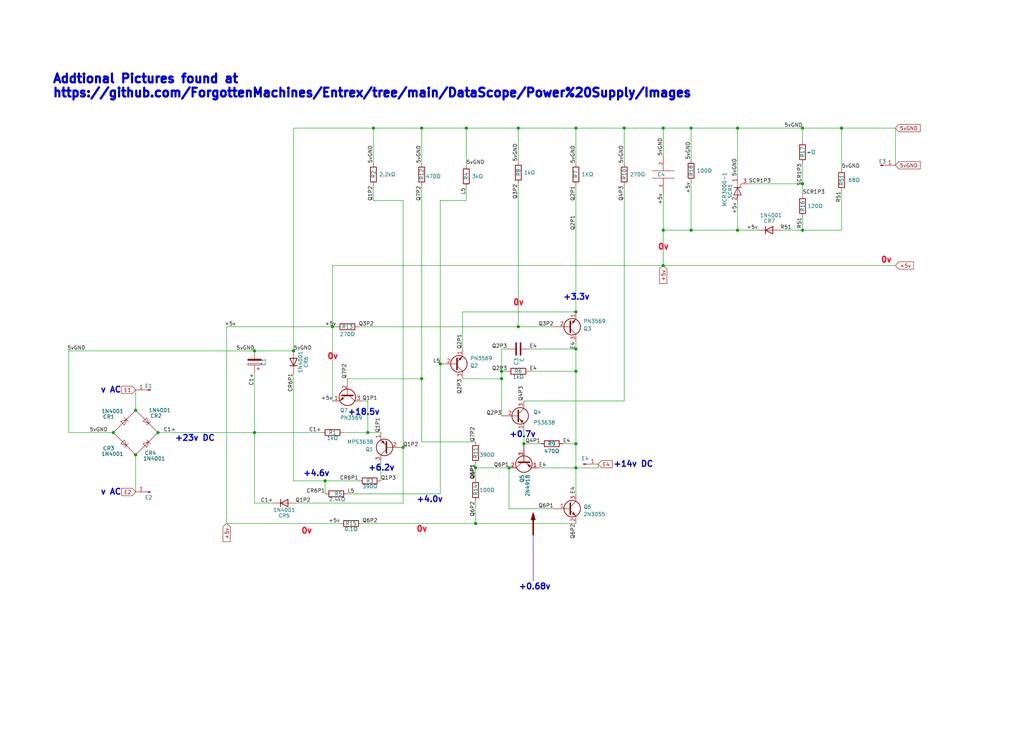
<source format=kicad_sch>
(kicad_sch (version 20230121) (generator eeschema)
  (paper "User" 350.012 250.012)
  (lib_symbols
    (symbol "Device:C" (pin_numbers hide) (pin_names (offset 0.254))
      (property "Reference" "C" (at 0.635 2.54 0))
      (property "Value" "C" (at 0.635 -2.54 0))
      (symbol "C_0_1"
        (polyline (pts (xy -2.032 -0.762) (xy 2.032 -0.762)) (stroke (width 0.508)))
        (polyline (pts (xy -2.032 0.762) (xy 2.032 0.762)) (stroke (width 0.508)))
      )
      (symbol "C_1_1"
        (pin passive line (at 0 3.81 270) (length 2.794) (name "~") (number "1"))
        (pin passive line (at 0 -3.81 90) (length 2.794) (name "~") (number "2"))
      )
    )
    (symbol "Device:C_Polarized" (pin_numbers hide) (pin_names (offset 0.254))
      (property "Reference" "C" (at 0.635 2.54 0))
      (property "Value" "C_Polarized" (at 0.635 -2.54 0))
      (symbol "C_Polarized_0_1"
        (rectangle (start -2.286 0.508) (end 2.286 1.016))
        (polyline (pts (xy -1.778 2.286) (xy -0.762 2.286)))
        (polyline (pts (xy -1.27 2.794) (xy -1.27 1.778)))
        (rectangle (start 2.286 -0.508) (end -2.286 -1.016) (fill (type outline)))
      )
      (symbol "C_Polarized_1_1"
        (pin passive line (at 0 3.81 270) (length 2.794) (name "~") (number "1"))
        (pin passive line (at 0 -3.81 90) (length 2.794) (name "~") (number "2"))
      )
    )
    (symbol "Device:R" (pin_numbers hide) (pin_names (offset 0))
      (property "Reference" "R" (at 2.032 0 90))
      (property "Value" "R" (at 0 0 90))
      (symbol "R_0_1"
        (rectangle (start -1.016 -2.54) (end 1.016 2.54) (stroke (width 0.254)))
      )
      (symbol "R_1_1"
        (pin passive line (at 0 3.81 270) (length 1.27) (name "~") (number "1"))
        (pin passive line (at 0 -3.81 90) (length 1.27) (name "~") (number "2"))
      )
    )
    (symbol "Forgotten Machines:2N4918" (pin_names (offset 0) hide)
      (property "Reference" "Q" (at 5.08 1.905 0))
      (property "Value" "2N4918" (at 5.08 0 0))
      (symbol "2N4918_0_1"
        (polyline (pts (xy 0.635 0.635) (xy 2.54 2.54)))
        (polyline (pts (xy 0.635 -0.635) (xy 2.54 -2.54) (xy 2.54 -2.54)))
        (polyline (pts (xy 0.635 1.905) (xy 0.635 -1.905) (xy 0.635 -1.905)) (stroke (width 0.508)))
        (polyline (pts (xy 2.286 -1.778) (xy 1.778 -2.286) (xy 1.27 -1.27) (xy 2.286 -1.778) (xy 2.286 -1.778)) (fill (type outline)))
        (circle (center 1.27 0) (radius 2.8194) (stroke (width 0.254)))
      )
      (symbol "2N4918_1_1"
        (pin passive line (at 2.54 -5.08 90) (length 2.54) (name "E") (number "1"))
        (pin passive line (at 2.54 5.08 270) (length 2.54) (name "C") (number "2"))
        (pin input line (at -5.08 0 0) (length 5.715) (name "B") (number "3"))
      )
    )
    (symbol "Forgotten Machines:CAP_Large_Polarized_-_Entrex_Trapezoid" (pin_names (offset 0.254))
      (property "Reference" "C14" (at -2.54 0 0))
      (property "Value" "CAP" (at 3.81 2.54 0))
      (symbol "CAP_Large_Polarized_-_Entrex_Trapezoid_0_1"
        (polyline (pts (xy -3.81 -1.27) (xy 3.81 -1.27)))
        (polyline (pts (xy -3.81 1.27) (xy 3.81 1.27)))
      )
      (symbol "CAP_Large_Polarized_-_Entrex_Trapezoid_1_1"
        (pin passive line (at 0 6.35 270) (length 5.08) (name "~") (number "1"))
        (pin passive line (at 0 -6.35 90) (length 5.08) (name "~") (number "2"))
      )
    )
    (symbol "ForgottenMachines:1N4001_Entrex_PSU" (pin_numbers hide) (pin_names hide)
      (property "Reference" "CR" (at 0 2.54 0))
      (property "Value" "1N4001" (at 0 -2.54 0))
      (symbol "1N4001_Entrex_PSU_0_1"
        (polyline (pts (xy -1.27 1.27) (xy -1.27 -1.27)) (stroke (width 0.254)))
        (polyline (pts (xy 1.27 0) (xy -1.27 0)))
        (polyline (pts (xy 1.27 1.27) (xy 1.27 -1.27) (xy -1.27 0) (xy 1.27 1.27)) (stroke (width 0.254)))
      )
      (symbol "1N4001_Entrex_PSU_1_1"
        (pin passive line (at -3.81 0 0) (length 2.54) (name "K") (number "1"))
        (pin passive line (at 3.81 0 180) (length 2.54) (name "A") (number "2"))
      )
    )
    (symbol "ForgottenMachines:Diagonal Diode for Full Wave Bridge Lower" (pin_names (offset 0))
      (property "Reference" "CR" (at -1.27 0 0))
      (property "Value" "1N4001" (at -1.27 -2.54 0))
      (symbol "Diagonal Diode for Full Wave Bridge Lower_0_1"
        (polyline (pts (xy -5.08 -1.27) (xy 2.54 6.35)))
        (polyline (pts (xy -1.27 3.81) (xy 0 2.54)))
        (polyline (pts (xy -0.635 3.175) (xy -2.54 2.54) (xy -1.27 1.27) (xy -0.635 3.175)))
      )
      (symbol "Diagonal Diode for Full Wave Bridge Lower_1_1"
        (pin passive line (at 2.54 6.35 180) (length 0) (name "") (number ""))
        (pin passive line (at -5.08 -1.27 90) (length 0) (name "~") (number ""))
      )
    )
    (symbol "ForgottenMachines:FPN3569_Transistor" (pin_names (offset 0) hide)
      (property "Reference" "Q" (at 5.08 1.905 0))
      (property "Value" "PN3569" (at 5.08 0 0))
      (symbol "FPN3569_Transistor_0_1"
        (polyline (pts (xy 0.635 0.635) (xy 2.54 2.54)))
        (polyline (pts (xy 0.635 -0.635) (xy 2.54 -2.54) (xy 2.54 -2.54)))
        (polyline (pts (xy 0.635 1.905) (xy 0.635 -1.905) (xy 0.635 -1.905)) (stroke (width 0.508)))
        (polyline (pts (xy 1.27 -1.778) (xy 1.778 -1.27) (xy 2.286 -2.286) (xy 1.27 -1.778) (xy 1.27 -1.778)) (fill (type outline)))
        (circle (center 1.27 0) (radius 2.8194) (stroke (width 0.254)))
      )
      (symbol "FPN3569_Transistor_1_1"
        (pin passive line (at 2.54 -5.08 90) (length 2.54) (name "E") (number "1"))
        (pin passive line (at -5.08 0 0) (length 5.715) (name "B") (number "2"))
        (pin passive line (at 2.54 5.08 270) (length 2.54) (name "C") (number "3"))
      )
    )
    (symbol "ForgottenMachines:MCR3000-1" (pin_names (offset 0) hide)
      (property "Reference" "SCR" (at 1.27 3.81 0))
      (property "Value" "MCR3000-1" (at 1.27 1.905 0))
      (symbol "MCR3000-1_0_1"
        (polyline (pts (xy 1.27 -1.27) (xy 1.27 1.27)) (stroke (width 0.2032)))
        (polyline (pts (xy 2.54 -1.27) (xy 1.27 -0.635)))
        (polyline (pts (xy 2.54 0) (xy -2.54 0)))
        (polyline (pts (xy -1.27 -1.27) (xy -1.27 1.27) (xy 1.27 0) (xy -1.27 -1.27)) (stroke (width 0.2032)))
      )
      (symbol "MCR3000-1_1_1"
        (pin passive line (at 5.08 0 180) (length 2.54) (name "K") (number "1"))
        (pin passive line (at -3.81 0 0) (length 2.54) (name "A") (number "2"))
        (pin input line (at 2.54 -3.81 90) (length 2.54) (name "G") (number "3"))
      )
    )
    (symbol "ForgottenMachines:MPS3638_Transistor" (pin_names (offset 0) hide)
      (property "Reference" "Q" (at 5.08 1.905 0))
      (property "Value" "MPS3638" (at 5.08 0 0))
      (symbol "MPS3638_Transistor_0_1"
        (polyline (pts (xy 0.635 0.635) (xy 2.54 2.54)))
        (polyline (pts (xy 0.635 -0.635) (xy 2.54 -2.54) (xy 2.54 -2.54)))
        (polyline (pts (xy 0.635 1.905) (xy 0.635 -1.905) (xy 0.635 -1.905)) (stroke (width 0.508)))
        (polyline (pts (xy 2.286 -1.778) (xy 1.778 -2.286) (xy 1.27 -1.27) (xy 2.286 -1.778) (xy 2.286 -1.778)) (fill (type outline)))
        (circle (center 1.27 0) (radius 2.8194) (stroke (width 0.254)))
      )
      (symbol "MPS3638_Transistor_1_1"
        (pin passive line (at 2.54 -5.08 90) (length 2.54) (name "E") (number "1"))
        (pin input line (at -5.08 0 0) (length 5.715) (name "B") (number "2"))
        (pin passive line (at 2.54 5.08 270) (length 2.54) (name "C") (number "3"))
      )
    )
    (symbol "ForgottenMachines:Spade_Lug_Connector_-_Entrex_PSU" (pin_names (offset 1.016) hide)
      (property "Reference" "E" (at 0 2.54 0))
      (symbol "Spade_Lug_Connector_-_Entrex_PSU_1_1"
        (polyline (pts (xy 1.27 0) (xy 0.8636 0)) (stroke (width 0.1524)))
        (rectangle (start 0.8636 0.127) (end 0 -0.127) (stroke (width 0.1524)) (fill (type outline)))
        (pin passive line (at 5.08 0 180) (length 3.81) (name "Pin_1") (number "1"))
      )
    )
    (symbol "Graphic:SYM_Arrow_Large" (in_bom no) (on_board no)
      (symbol "SYM_Arrow_Large_0_1"
        (polyline (pts (xy 2.54 0) (xy -3.81 0)) (stroke (width 0.508)))
        (polyline (pts (xy 3.81 0) (xy 1.27 -0.762) (xy 1.27 0.762) (xy 3.81 0)) (fill (type outline)))
      )
    )
    (symbol "MPS3638_Transistor_1" (pin_names (offset 0) hide)
      (property "Reference" "Q" (at 5.08 1.905 0))
      (property "Value" "\nPS3638" (at 5.08 0 0))
      (symbol "MPS3638_Transistor_1_0_1"
        (polyline (pts (xy 0.635 0.635) (xy 2.54 2.54)))
        (polyline (pts (xy 0.635 -0.635) (xy 2.54 -2.54) (xy 2.54 -2.54)))
        (polyline (pts (xy 0.635 1.905) (xy 0.635 -1.905) (xy 0.635 -1.905)) (stroke (width 0.508)))
        (polyline (pts (xy 2.286 -1.778) (xy 1.778 -2.286) (xy 1.27 -1.27) (xy 2.286 -1.778) (xy 2.286 -1.778)) (fill (type outline)))
        (circle (center 1.27 0) (radius 2.8194) (stroke (width 0.254)))
      )
      (symbol "MPS3638_Transistor_1_1_1"
        (pin passive line (at 2.54 -5.08 90) (length 2.54) (name "E") (number "1"))
        (pin input line (at -5.08 0 0) (length 5.715) (name "B") (number "2"))
        (pin passive line (at 2.54 5.08 270) (length 2.54) (name "C") (number "3"))
      )
    )
    (symbol "Transistor_BJT:2N3055" (pin_names (offset 0) hide)
      (property "Reference" "Q" (at 5.08 1.905 0))
      (property "Value" "2N3055" (at 5.08 0 0))
      (symbol "2N3055_0_1"
        (polyline (pts (xy 0.635 0.635) (xy 2.54 2.54)))
        (polyline (pts (xy 0.635 -0.635) (xy 2.54 -2.54) (xy 2.54 -2.54)))
        (polyline (pts (xy 0.635 1.905) (xy 0.635 -1.905) (xy 0.635 -1.905)) (stroke (width 0.508)))
        (polyline (pts (xy 1.27 -1.778) (xy 1.778 -1.27) (xy 2.286 -2.286) (xy 1.27 -1.778) (xy 1.27 -1.778)) (fill (type outline)))
        (circle (center 1.27 0) (radius 2.8194) (stroke (width 0.254)))
      )
      (symbol "2N3055_1_1"
        (pin input line (at -5.08 0 0) (length 5.715) (name "B") (number "1"))
        (pin passive line (at 2.54 -5.08 90) (length 2.54) (name "E") (number "2"))
        (pin passive line (at 2.54 5.08 270) (length 2.54) (name "C") (number "3"))
      )
    )
  )
  (junction (at 86.995 120.015))
  (junction (at 196.85 119.38))
  (junction (at 150.495 124.46))
  (junction (at 226.695 78.74))
  (junction (at 111.125 164.465))
  (junction (at 252.095 43.815))
  (junction (at 171.45 129.54))
  (junction (at 38.735 147.955))
  (junction (at 213.36 43.815))
  (junction (at 137.795 153.035))
  (junction (at 196.85 151.765))
  (junction (at 274.32 78.74))
  (junction (at 196.85 43.815))
  (junction (at 86.995 147.955))
  (junction (at 236.22 78.74))
  (junction (at 226.695 90.805))
  (junction (at 53.975 147.955))
  (junction (at 171.45 127))
  (junction (at 179.07 151.765))
  (junction (at 177.165 111.76))
  (junction (at 196.85 106.68))
  (junction (at 226.695 43.815))
  (junction (at 144.145 43.815))
  (junction (at 173.99 160.02))
  (junction (at 100.33 120.015))
  (junction (at 287.655 43.815))
  (junction (at 127.635 43.815))
  (junction (at 236.22 43.815))
  (junction (at 159.385 43.815))
  (junction (at 162.56 179.07))
  (junction (at 144.145 129.54))
  (junction (at 177.165 43.815))
  (junction (at 113.665 111.76))
  (junction (at 274.32 62.865))
  (junction (at 252.095 78.74))
  (junction (at 46.355 155.575))
  (junction (at 274.32 43.815))
  (junction (at 196.85 160.02))
  (junction (at 196.85 127))
  (junction (at 46.355 140.335))
  (junction (at 125.73 147.955))
  (junction (at 162.56 160.02))
  (wire (pts (xy 86.995 172.085) (xy 93.345 172.085)))
  (wire (pts (xy 196.85 106.68) (xy 196.85 63.5)))
  (wire (pts (xy 77.47 179.07) (xy 116.205 179.07)))
  (wire (pts (xy 86.995 120.015) (xy 100.33 120.015)))
  (wire (pts (xy 77.47 111.76) (xy 77.47 179.07)))
  (wire (pts (xy 100.33 164.465) (xy 111.125 164.465)))
  (wire (pts (xy 158.115 129.54) (xy 171.45 129.54)))
  (wire (pts (xy 226.695 90.805) (xy 306.07 90.805)))
  (wire (pts (xy 23.495 120.015) (xy 86.995 120.015)))
  (wire (pts (xy 100.33 43.815) (xy 127.635 43.815)))
  (wire (pts (xy 162.56 158.75) (xy 162.56 160.02)))
  (wire (pts (xy 213.36 63.5) (xy 213.36 137.16)))
  (wire (pts (xy 196.85 43.815) (xy 196.85 55.88)))
  (wire (pts (xy 53.975 147.955) (xy 86.995 147.955)))
  (wire (pts (xy 137.795 68.58) (xy 127.635 68.58)))
  (wire (pts (xy 144.145 43.815) (xy 144.145 55.88)))
  (wire (pts (xy 144.145 151.13) (xy 144.145 129.54)))
  (wire (pts (xy 144.145 63.5) (xy 144.145 129.54)))
  (wire (pts (xy 196.85 119.38) (xy 196.85 127)))
  (wire (pts (xy 287.655 43.815) (xy 287.655 57.785)))
  (wire (pts (xy 86.995 147.955) (xy 86.995 172.085)))
  (wire (pts (xy 125.73 137.16) (xy 125.73 147.955)))
  (wire (pts (xy 150.495 124.46) (xy 150.495 168.91)))
  (wire (pts (xy 171.45 127) (xy 173.355 127)))
  (wire (pts (xy 287.655 43.815) (xy 306.07 43.815)))
  (wire (pts (xy 226.695 78.74) (xy 236.22 78.74)))
  (wire (pts (xy 252.095 78.74) (xy 259.08 78.74)))
  (wire (pts (xy 179.07 151.765) (xy 184.785 151.765)))
  (wire (pts (xy 159.385 43.815) (xy 159.385 56.515)))
  (wire (pts (xy 226.695 43.815) (xy 236.22 43.815)))
  (wire (pts (xy 196.85 43.815) (xy 213.36 43.815)))
  (wire (pts (xy 113.665 111.76) (xy 114.935 111.76)))
  (wire (pts (xy 118.745 129.54) (xy 144.145 129.54)))
  (wire (pts (xy 196.85 160.02) (xy 196.85 168.91)))
  (wire (pts (xy 144.145 43.815) (xy 159.385 43.815)))
  (wire (pts (xy 213.36 137.16) (xy 179.07 137.16)))
  (wire (pts (xy 180.975 119.38) (xy 196.85 119.38)))
  (wire (pts (xy 226.695 43.815) (xy 226.695 53.34)))
  (wire (pts (xy 196.85 151.765) (xy 196.85 160.02)))
  (wire (pts (xy 100.33 120.015) (xy 100.33 43.815)))
  (wire (pts (xy 274.32 43.815) (xy 274.32 48.26)))
  (wire (pts (xy 274.32 78.74) (xy 274.32 74.295)))
  (wire (pts (xy 177.165 43.815) (xy 177.165 55.245)))
  (wire (pts (xy 192.405 151.765) (xy 196.85 151.765)))
  (wire (pts (xy 137.795 153.035) (xy 137.795 68.58)))
  (wire (pts (xy 196.85 116.84) (xy 196.85 119.38)))
  (wire (pts (xy 274.32 62.865) (xy 274.32 66.675)))
  (wire (pts (xy 184.15 160.02) (xy 196.85 160.02)))
  (wire (pts (xy 150.495 68.58) (xy 159.385 68.58)))
  (wire (pts (xy 113.665 111.76) (xy 113.665 137.16)))
  (wire (pts (xy 23.495 120.015) (xy 23.495 147.955)))
  (wire (pts (xy 204.47 160.02) (xy 204.47 158.75)))
  (wire (pts (xy 171.45 129.54) (xy 171.45 127)))
  (wire (pts (xy 100.33 127.635) (xy 100.33 164.465)))
  (wire (pts (xy 252.095 43.815) (xy 274.32 43.815)))
  (wire (pts (xy 213.36 43.815) (xy 213.36 55.88)))
  (wire (pts (xy 137.795 153.035) (xy 137.795 172.085)))
  (wire (pts (xy 252.095 69.215) (xy 252.095 78.74)))
  (wire (pts (xy 159.385 43.815) (xy 177.165 43.815)))
  (wire (pts (xy 46.355 155.575) (xy 46.355 168.275)))
  (wire (pts (xy 226.695 66.04) (xy 226.695 78.74)))
  (wire (pts (xy 177.165 43.815) (xy 196.85 43.815)))
  (wire (pts (xy 162.56 160.02) (xy 162.56 163.83)))
  (wire (pts (xy 196.85 106.68) (xy 158.115 106.68)))
  (wire (pts (xy 236.22 78.74) (xy 252.095 78.74)))
  (wire (pts (xy 236.22 43.815) (xy 236.22 54.61)))
  (wire (pts (xy 162.56 179.07) (xy 196.85 179.07)))
  (wire (pts (xy 274.32 55.88) (xy 274.32 62.865)))
  (wire (pts (xy 177.165 111.76) (xy 189.23 111.76)))
  (wire (pts (xy 86.995 127.635) (xy 86.995 147.955)))
  (wire (pts (xy 162.56 151.13) (xy 144.145 151.13)))
  (wire (pts (xy 196.85 160.02) (xy 204.47 160.02)))
  (wire (pts (xy 123.825 179.07) (xy 162.56 179.07)))
  (wire (pts (xy 127.635 43.815) (xy 127.635 55.88)))
  (wire (pts (xy 179.07 147.32) (xy 179.07 151.765)))
  (wire (pts (xy 113.665 90.805) (xy 226.695 90.805)))
  (wire (pts (xy 236.22 62.23) (xy 236.22 78.74)))
  (wire (pts (xy 23.495 147.955) (xy 38.735 147.955)))
  (wire (pts (xy 213.36 43.815) (xy 226.695 43.815)))
  (wire (pts (xy 127.635 43.815) (xy 144.145 43.815)))
  (wire (pts (xy 111.125 164.465) (xy 122.555 164.465)))
  (wire (pts (xy 196.85 127) (xy 196.85 151.765)))
  (wire (pts (xy 171.45 119.38) (xy 173.355 119.38)))
  (wire (pts (xy 150.495 168.91) (xy 118.745 168.91)))
  (wire (pts (xy 46.355 133.35) (xy 46.355 140.335)))
  (wire (pts (xy 287.655 78.74) (xy 287.655 65.405)))
  (wire (pts (xy 162.56 171.45) (xy 162.56 179.07)))
  (wire (pts (xy 306.07 43.815) (xy 306.07 56.515)))
  (wire (pts (xy 171.45 127) (xy 171.45 119.38)))
  (wire (pts (xy 86.995 147.955) (xy 109.855 147.955)))
  (wire (pts (xy 159.385 68.58) (xy 159.385 64.135)))
  (wire (pts (xy 150.495 124.46) (xy 150.495 68.58)))
  (wire (pts (xy 180.975 127) (xy 196.85 127)))
  (wire (pts (xy 117.475 147.955) (xy 125.73 147.955)))
  (wire (pts (xy 123.825 137.16) (xy 125.73 137.16)))
  (wire (pts (xy 226.695 90.805) (xy 226.695 78.74)))
  (wire (pts (xy 127.635 68.58) (xy 127.635 63.5)))
  (wire (pts (xy 125.73 147.955) (xy 130.175 147.955)))
  (wire (pts (xy 158.115 106.68) (xy 158.115 119.38)))
  (wire (pts (xy 266.7 78.74) (xy 274.32 78.74)))
  (wire (pts (xy 113.665 111.76) (xy 77.47 111.76)))
  (wire (pts (xy 287.655 43.815) (xy 274.32 43.815)))
  (wire (pts (xy 173.99 160.02) (xy 162.56 160.02)))
  (wire (pts (xy 274.32 78.74) (xy 287.655 78.74)))
  (wire (pts (xy 189.23 173.99) (xy 173.99 173.99)))
  (wire (pts (xy 173.99 173.99) (xy 173.99 160.02)))
  (wire (pts (xy 236.22 43.815) (xy 252.095 43.815)))
  (wire (pts (xy 113.665 90.805) (xy 113.665 111.76)))
  (wire (pts (xy 111.125 164.465) (xy 111.125 168.91)))
  (wire (pts (xy 171.45 142.24) (xy 171.45 129.54)))
  (wire (pts (xy 179.07 151.765) (xy 179.07 152.4)))
  (wire (pts (xy 177.165 62.865) (xy 177.165 111.76)))
  (wire (pts (xy 255.905 62.865) (xy 274.32 62.865)))
  (wire (pts (xy 252.095 43.815) (xy 252.095 60.325)))
  (wire (pts (xy 130.175 158.115) (xy 130.175 164.465)))
  (wire (pts (xy 122.555 111.76) (xy 177.165 111.76)))
  (wire (pts (xy 137.795 172.085) (xy 100.965 172.085)))
  (rectangle (start 182.245 182.88) (end 182.245 198.755))
  (text "+4.6v" (at 103.505 163.195 0) (effects (font (size 2 2) (thickness 0.4) bold) (justify left bottom)))
  (text "v AC" (at 34.29 134.62 0) (effects (font (size 2 2) (thickness 0.4) bold) (justify left bottom)))
  (text "+0.68v" (at 177.165 201.93 0) (effects (font (size 2 2) (thickness 0.4) bold) (justify left bottom)))
  (text "+4.0v" (at 142.24 172.085 0) (effects (font (size 2 2) (thickness 0.4) bold) (justify left bottom)))
  (text "0v" (at 111.76 123.19 0) (effects (font (size 2 2) (thickness 0.4) bold) (justify left bottom)))
  (text "0v" (at 224.79 85.725 0) (effects (font (size 2 2) (thickness 0.4) bold) (justify left bottom)))
  (text "0v" (at 142.24 182.245 0) (effects (font (size 2 2) (thickness 0.4) bold) (justify left bottom)))
  (text "+3.3v" (at 192.405 102.87 0) (effects (font (size 2 2) (thickness 0.4) bold) (justify left bottom)))
  (text "+6.2v" (at 125.73 161.29 0) (effects (font (size 2 2) (thickness 0.4) bold) (justify left bottom)))
  (text "0v" (at 102.87 182.88 0) (effects (font (size 2 2) (thickness 0.4) bold) (justify left bottom)))
  (text "+14v DC" (at 209.55 160.02 0) (effects (font (size 2 2) (thickness 0.4) bold) (justify left bottom)))
  (text "Addtional Pictures found at\nhttps://github.com/ForgottenMachines/Entrex/tree/main/DataScope/Power%20Supply/Images\n" (at 17.78 33.655 0) (effects (font (size 3 3) (thickness 1) bold) (justify left bottom)))
  (text "0v" (at 175.26 104.775 0) (effects (font (size 2 2) (thickness 0.4) bold) (justify left bottom)))
  (text "+18.5v" (at 118.745 142.24 0) (effects (font (size 2 2) (thickness 0.4) bold) (justify left bottom)))
  (text "v AC" (at 34.29 169.545 0) (effects (font (size 2 2) (thickness 0.4) bold) (justify left bottom)))
  (text "0v" (at 300.99 90.17 0) (effects (font (size 2 2) (thickness 0.4) bold) (justify left bottom)))
  (text "+0.7v" (at 173.99 149.86 0) (effects (font (size 2 2) (thickness 0.4) bold) (justify left bottom)))
  (text "+23v DC" (at 59.69 151.13 0) (effects (font (size 2 2) (thickness 0.4) bold) (justify left bottom)))
  (label "Q7P2" (at 144.145 63.5 270))
  (label "C1+" (at 55.88 147.955 0))
  (label "Q1P1" (at 123.825 137.16 0))
  (label "5vGND" (at 252.095 60.325 90))
  (label "5vGND" (at 213.36 55.88 90))
  (label "CR6P1" (at 100.33 127.635 270))
  (label "Q2P1" (at 196.85 63.5 270))
  (label "5vGND" (at 287.655 57.785 0))
  (label "Q6P2" (at 123.825 179.07 0))
  (label "R51" (at 287.655 65.405 270))
  (label "5vGND" (at 36.83 147.955 180))
  (label "Q2P3" (at 173.355 127 180))
  (label "+5v" (at 259.08 78.74 180))
  (label "+5v" (at 252.095 69.215 270))
  (label "C1+" (at 109.855 147.955 180))
  (label "Q2P3" (at 158.115 129.54 270))
  (label "Q6P2" (at 196.85 179.07 270))
  (label "Q7P2" (at 162.56 151.13 90))
  (label "+5v" (at 114.935 111.76 180))
  (label "+5v" (at 80.645 111.76 180))
  (label "E4" (at 180.975 127 0))
  (label "SCR1P3" (at 274.32 66.675 0))
  (label "5vGND" (at 127.635 55.88 90))
  (label "SCR1P3" (at 255.905 62.865 0))
  (label "Q7P2" (at 118.745 129.54 90))
  (label "5vGND" (at 100.33 120.015 0))
  (label "Q6P1" (at 162.56 158.75 270))
  (label "Q2P3" (at 173.355 119.38 180))
  (label "Q6P1" (at 173.99 160.02 180))
  (label "Q1P3" (at 130.175 164.465 0))
  (label "SCR1P3" (at 274.32 55.88 270))
  (label "CR6P1" (at 111.125 168.91 180))
  (label "Q4P1" (at 184.785 151.765 180))
  (label "Q1P2" (at 137.795 153.035 0))
  (label "5vGND" (at 86.995 120.015 180))
  (label "Q1P1" (at 130.175 147.955 90))
  (label "+5v" (at 236.22 62.23 270))
  (label "C1+" (at 93.345 172.085 180))
  (label "L5" (at 159.385 64.135 270))
  (label "+5v" (at 226.695 66.04 270))
  (label "5vGND" (at 144.145 55.88 90))
  (label "5vGND" (at 236.22 54.61 90))
  (label "C1+" (at 86.995 127.635 270))
  (label "5vGND" (at 226.695 53.34 90))
  (label "Q2P1" (at 196.85 78.74 90))
  (label "Q6P2" (at 162.56 171.45 270))
  (label "E4" (at 180.975 119.38 0))
  (label "R51" (at 266.7 78.74 0))
  (label "Q1P2" (at 127.635 63.5 270))
  (label "E4" (at 192.405 151.765 0))
  (label "5vGND" (at 177.165 55.245 90))
  (label "Q4P3" (at 179.07 137.16 90))
  (label "5vGND" (at 196.85 55.88 90))
  (label "+5v" (at 116.205 179.07 180))
  (label "Q6P1" (at 189.23 173.99 180))
  (label "L5" (at 150.495 124.46 180))
  (label "Q4P3" (at 213.36 63.5 270))
  (label "L5" (at 118.745 168.91 0))
  (label "5vGND" (at 159.385 56.515 0))
  (label "Q1P2" (at 100.965 172.085 0))
  (label "5vGND" (at 29.21 120.015 180))
  (label "R51" (at 274.32 74.295 270))
  (label "E4" (at 184.15 160.02 0))
  (label "CR6P1" (at 122.555 164.465 180))
  (label "Q3P2" (at 122.555 111.76 0))
  (label "Q2P1" (at 158.115 119.38 90))
  (label "Q3P2" (at 177.165 62.865 270))
  (label "Q6P1" (at 162.56 163.83 90))
  (label "E4" (at 196.85 116.84 270))
  (label "+5v" (at 113.665 137.16 180))
  (label "5vGND" (at 274.32 43.815 180))
  (label "Q3P2" (at 189.23 111.76 180))
  (label "Q2P3" (at 171.45 142.24 180))
  (label "E4" (at 196.85 168.91 90))
  (global_label "E4" (shape input) (at 204.47 158.75 0) (property "Intersheetrefs" "${INTERSHEET_REFS}" (effects hide)))
  (global_label "+5v" (shape input) (at 226.695 90.805 270) (property "Intersheetrefs" "${INTERSHEET_REFS}" (effects hide)))
  (global_label "+5v" (shape input) (at 77.47 179.07 270) (property "Intersheetrefs" "${INTERSHEET_REFS}" (effects hide)))
  (global_label "5vGND" (shape input) (at 306.07 43.815 0) (property "Intersheetrefs" "${INTERSHEET_REFS}" (effects hide)))
  (global_label "+5v" (shape input) (at 306.07 90.805 0) (property "Intersheetrefs" "${INTERSHEET_REFS}" (effects hide)))
  (global_label "E2" (shape input) (at 46.355 168.275 180) (property "Intersheetrefs" "${INTERSHEET_REFS}" (effects hide)))
  (global_label "E1" (shape input) (at 46.355 133.35 180) (property "Intersheetrefs" "${INTERSHEET_REFS}" (effects hide)))
  (global_label "5vGND" (shape input) (at 306.07 56.515 0) (property "Intersheetrefs" "${INTERSHEET_REFS}" (effects hide)))
  (symbol (lib_id "Device:R") (at 126.365 164.465 270) (unit 1)
    (property "Reference" "R3" (at 125.095 164.465 90) (effects (justify left)))
    (property "Value" "390Ω" (at 123.825 166.37 90) (effects (justify left)))
    (property "Footprint" "Resistor_THT:R_Axial_DIN0411_L9.9mm_D3.6mm_P12.70mm_Horizontal" (effects hide))
  )
  (symbol (lib_id "Device:R") (at 287.655 61.595 180) (unit 1)
    (property "Reference" "R51" (at 287.655 59.69 90) (effects (justify left)))
    (property "Value" "68Ω" (at 294.005 61.595 0) (effects (justify left)))
    (property "Footprint" "Resistor_THT:R_Axial_DIN0411_L9.9mm_D3.6mm_P12.70mm_Horizontal" (effects hide))
  )
  (symbol (lib_id "Device:R") (at 127.635 59.69 180) (unit 1)
    (property "Reference" "R2" (at 127.635 60.96 90) (effects (justify right)))
    (property "Value" "2.2kΩ" (at 129.54 59.69 0) (effects (justify right)))
    (property "Footprint" "Resistor_THT:R_Axial_DIN0411_L9.9mm_D3.6mm_P12.70mm_Horizontal" (effects hide))
  )
  (symbol (lib_id "Device:R") (at 177.165 59.055 0) (unit 1)
    (property "Reference" "R8" (at 177.165 60.325 90) (effects (justify left)))
    (property "Value" "1kΩ" (at 179.07 59.055 0) (effects (justify left)))
    (property "Footprint" "Resistor_THT:R_Axial_DIN0411_L9.9mm_D3.6mm_P12.70mm_Horizontal" (effects hide))
  )
  (symbol (lib_id "Device:R") (at 196.85 59.69 0) (unit 1)
    (property "Reference" "R7" (at 196.85 60.96 90) (effects (justify left)))
    (property "Value" "1KΩ" (at 198.755 59.69 0) (effects (justify left)))
    (property "Footprint" "Resistor_THT:R_Axial_DIN0411_L9.9mm_D3.6mm_P12.70mm_Horizontal" (effects hide))
  )
  (symbol (lib_id "ForgottenMachines:Diagonal Diode for Full Wave Bridge Lower") (at 40.005 153.035 270) (unit 1)
    (property "Reference" "CR3" (at 37.1475 153.3525 90))
    (property "Value" "1N4001" (at 38.4175 155.2575 90))
    (property "Footprint" "Diode_THT:D_DO-41_SOD81_P12.70mm_Horizontal" (effects hide))
  )
  (symbol (lib_id "Device:R") (at 188.595 151.765 90) (unit 1)
    (property "Reference" "R9" (at 188.595 151.765 90))
    (property "Value" "470Ω" (at 188.595 154.305 90))
    (property "Footprint" "Resistor_THT:R_Axial_DIN0309_L9.0mm_D3.2mm_P12.70mm_Horizontal" (effects hide))
  )
  (symbol (lib_id "Device:R") (at 159.385 60.325 0) (unit 1)
    (property "Reference" "R4" (at 159.385 61.595 90) (effects (justify left)))
    (property "Value" "3kΩ" (at 163.195 60.325 0))
    (property "Footprint" "Resistor_THT:R_Axial_DIN0309_L9.0mm_D3.2mm_P12.70mm_Horizontal" (effects hide))
  )
  (symbol (lib_id "ForgottenMachines:Spade_Lug_Connector_-_Entrex_PSU") (at 51.435 168.275 180) (unit 1)
    (property "Reference" "E2" (at 50.8 170.18 0))
    (property "Value" "Conn_01x01_Pin" (effects hide))
    (property "Footprint" "Connector_PinHeader_1.00mm:PinHeader_1x01_P1.00mm_Vertical" (effects hide))
  )
  (symbol (lib_id "Device:R") (at 113.665 147.955 270) (unit 1)
    (property "Reference" "R1" (at 113.665 147.955 90))
    (property "Value" "1kΩ" (at 113.665 149.86 90))
    (property "Footprint" "Resistor_THT:R_Axial_DIN0309_L9.0mm_D3.2mm_P12.70mm_Horizontal" (effects hide))
  )
  (symbol (lib_id "Device:R") (at 162.56 154.94 0) (unit 1)
    (property "Reference" "R11" (at 162.56 156.845 90) (effects (justify left)))
    (property "Value" "390Ω" (at 163.83 155.575 0) (effects (justify left)))
    (property "Footprint" "Resistor_THT:R_Axial_DIN0411_L9.9mm_D3.6mm_P15.24mm_Horizontal" (effects hide))
  )
  (symbol (lib_id "ForgottenMachines:Spade_Lug_Connector_-_Entrex_PSU") (at 199.39 158.75 0) (unit 1)
    (property "Reference" "E4" (at 200.025 156.845 0))
    (property "Value" "Conn_01x01_Pin" (effects hide))
    (property "Footprint" "Connector_PinHeader_1.00mm:PinHeader_1x01_P1.00mm_Vertical" (effects hide))
  )
  (symbol (lib_id "Device:R") (at 144.145 59.69 0) (unit 1)
    (property "Reference" "R12" (at 144.145 61.595 90) (effects (justify left)))
    (property "Value" "470Ω" (at 145.415 60.325 0) (effects (justify left)))
    (property "Footprint" "Resistor_THT:R_Axial_DIN0309_L9.0mm_D3.2mm_P12.70mm_Horizontal" (effects hide))
  )
  (symbol (lib_id "ForgottenMachines:Spade_Lug_Connector_-_Entrex_PSU") (at 51.435 133.35 180) (unit 1)
    (property "Reference" "E1" (at 50.8 132.08 0))
    (property "Value" "Conn_01x01_Pin" (effects hide))
    (property "Footprint" "Connector_PinHeader_1.00mm:PinHeader_1x01_P1.00mm_Vertical" (effects hide))
  )
  (symbol (lib_id "Device:R") (at 213.36 59.69 0) (unit 1)
    (property "Reference" "R10" (at 213.36 61.595 90) (effects (justify left)))
    (property "Value" "270Ω" (at 215.265 59.69 0) (effects (justify left)))
    (property "Footprint" "Resistor_THT:R_Axial_DIN0411_L9.9mm_D3.6mm_P12.70mm_Horizontal" (effects hide))
  )
  (symbol (lib_id "Device:R") (at 177.165 127 90) (mirror x) (unit 1)
    (property "Reference" "R6" (at 177.165 127 90))
    (property "Value" "1kΩ" (at 177.165 128.905 90))
    (property "Footprint" "Resistor_THT:R_Axial_DIN0309_L9.0mm_D3.2mm_P12.70mm_Horizontal" (effects hide))
  )
  (symbol (lib_id "ForgottenMachines:FPN3569_Transistor") (at 194.31 111.76 0) (mirror x) (unit 1)
    (property "Reference" "Q3" (at 199.39 112.395 0) (effects (justify left)))
    (property "Value" "PN3569" (at 199.39 109.855 0) (effects (justify left)))
    (property "Footprint" "Package_TO_SOT_THT:TO-18-3" (effects hide))
  )
  (symbol (lib_id "Device:R") (at 162.56 167.64 0) (unit 1)
    (property "Reference" "R14" (at 162.56 169.545 90) (effects (justify left)))
    (property "Value" "100Ω" (at 163.83 167.64 0) (effects (justify left)))
    (property "Footprint" "Resistor_THT:R_Axial_DIN0309_L9.0mm_D3.2mm_P12.70mm_Horizontal" (effects hide))
  )
  (symbol (lib_id "Forgotten Machines:2N4918") (at 179.07 157.48 90) (mirror x) (unit 1)
    (property "Reference" "Q5" (at 178.4263 162.3314 0) (effects (justify left)))
    (property "Value" "2N4918" (at 180.3473 162.3314 0) (effects (justify left)))
    (property "Footprint" "Package_TO_SOT_THT:TO-126-3_Vertical" (effects hide))
  )
  (symbol (lib_id "Device:R") (at 274.32 52.07 0) (unit 1)
    (property "Reference" "R17" (at 274.32 53.975 90) (effects (justify left)))
    (property "Value" "∞Ω" (at 275.59 52.07 0) (effects (justify left)))
    (property "Footprint" "Resistor_THT:R_Axial_DIN0309_L9.0mm_D3.2mm_P12.70mm_Horizontal" (effects hide))
  )
  (symbol (lib_id "ForgottenMachines:Diagonal Diode for Full Wave Bridge Lower") (at 51.435 141.605 0) (mirror x) (unit 1)
    (property "Reference" "CR2" (at 53.34 142.24 0))
    (property "Value" "1N4001" (at 54.61 140.335 0))
    (property "Footprint" "Diode_THT:D_DO-41_SOD81_P12.70mm_Horizontal" (effects hide))
  )
  (symbol (lib_id "Forgotten Machines:CAP_Large_Polarized_-_Entrex_Trapezoid") (at 226.695 59.69 180) (unit 1)
    (property "Reference" "C4" (at 227.33 59.69 0) (effects (justify left)))
    (property "Value" "CAP" (effects hide))
    (property "Footprint" "Capacitor_THT:CP_Axial_L20.0mm_D10.0mm_P26.00mm_Horizontal" (effects hide))
  )
  (symbol (lib_id "ForgottenMachines:Diagonal Diode for Full Wave Bridge Lower") (at 51.435 154.305 0) (unit 1)
    (property "Reference" "CR4" (at 51.435 154.94 0))
    (property "Value" "1N4001" (at 52.705 156.845 0))
    (property "Footprint" "Diode_THT:D_DO-41_SOD81_P12.70mm_Horizontal" (effects hide))
  )
  (symbol (lib_id "Device:C_Polarized") (at 86.995 123.825 180) (unit 1)
    (property "Reference" "C1" (at 90.17 123.825 90))
    (property "Value" "C_Polarized" (effects hide))
    (property "Footprint" "Capacitor_THT:CP_Radial_D10.0mm_P5.00mm" (effects hide))
  )
  (symbol (lib_id "ForgottenMachines:MPS3638_Transistor") (at 132.715 153.035 180) (unit 1)
    (property "Reference" "Q1" (at 127.635 153.67 0) (effects (justify left)))
    (property "Value" "MPS3638" (at 127.635 151.13 0) (effects (justify left)))
    (property "Footprint" "Package_TO_SOT_THT:TO-18-3" (effects hide))
  )
  (symbol (lib_id "ForgottenMachines:FPN3569_Transistor") (at 155.575 124.46 0) (mirror x) (unit 1)
    (property "Reference" "Q2" (at 160.655 125.095 0) (effects (justify left)))
    (property "Value" "PN3569" (at 160.655 122.555 0) (effects (justify left)))
    (property "Footprint" "Package_TO_SOT_THT:TO-18-3" (effects hide))
  )
  (symbol (lib_id "Graphic:SYM_Arrow_Large") (at 182.245 179.07 90) (unit 1) (in_bom no) (on_board no)
    (property "Reference" "#SYM1" (effects hide))
    (property "Value" "SYM_Arrow_Large" (effects hide))
    (property "Sim.Enable" "0" (effects hide))
  )
  (symbol (lib_id "ForgottenMachines:1N4001_Entrex_PSU") (at 262.89 78.74 0) (unit 1)
    (property "Reference" "CR7" (at 260.985 75.565 0) (effects (justify left)))
    (property "Value" "1N4001" (at 259.715 73.66 0) (effects (justify left)))
    (property "Footprint" "Diode_THT:D_DO-41_SOD81_P12.70mm_Horizontal" (effects hide))
    (property "Datasheet" "http://www.vishay.com/docs/88503/1n4001.pdf" (effects hide))
    (property "Sim.Device" "D" (effects hide))
    (property "Sim.Pins" "1=K 2=A" (effects hide))
  )
  (symbol (lib_id "Device:R") (at 236.22 58.42 0) (unit 1)
    (property "Reference" "R18" (at 236.22 60.325 90) (effects (justify left)))
    (property "Value" "100Ω" (at 238.125 58.42 0) (effects (justify left)))
    (property "Footprint" "Resistor_THT:R_Axial_DIN0614_L14.3mm_D5.7mm_P15.24mm_Horizontal" (effects hide))
  )
  (symbol (lib_id "Device:R") (at 114.935 168.91 270) (mirror x) (unit 1)
    (property "Reference" "R5" (at 114.3 168.91 90) (effects (justify left)))
    (property "Value" "2.4kΩ" (at 112.395 170.815 90) (effects (justify left)))
    (property "Footprint" "Resistor_THT:R_Axial_DIN0309_L9.0mm_D3.2mm_P12.70mm_Horizontal" (effects hide))
  )
  (symbol (lib_name "MPS3638_Transistor_1") (lib_id "ForgottenMachines:MPS3638_Transistor") (at 176.53 142.24 0) (unit 1)
    (property "Reference" "Q4" (at 182.245 140.97 0) (effects (justify left)))
    (property "Value" "\nPS3638" (at 182.245 143.51 0) (effects (justify left)))
    (property "Footprint" "Package_TO_SOT_THT:TO-18-3" (effects hide))
  )
  (symbol (lib_id "Device:R") (at 274.32 70.485 180) (unit 1)
    (property "Reference" "R16" (at 274.32 68.58 90) (effects (justify left)))
    (property "Value" "120Ω" (at 281.305 70.485 0) (effects (justify left)))
    (property "Footprint" "Resistor_THT:R_Axial_DIN0614_L14.3mm_D5.7mm_P15.24mm_Horizontal" (effects hide))
  )
  (symbol (lib_id "ForgottenMachines:Spade_Lug_Connector_-_Entrex_PSU") (at 300.99 56.515 0) (unit 1)
    (property "Reference" "E3" (at 301.625 55.245 0))
    (property "Value" "Conn_01x01_Pin" (effects hide))
    (property "Footprint" "Connector_PinHeader_1.00mm:PinHeader_1x01_P1.00mm_Vertical" (effects hide))
  )
  (symbol (lib_id "ForgottenMachines:1N4001_Entrex_PSU") (at 100.33 123.825 90) (unit 1)
    (property "Reference" "CR6" (at 104.6099 123.825 0))
    (property "Value" "1N4001" (at 102.6889 123.825 0))
    (property "Footprint" "Diode_THT:D_DO-41_SOD81_P12.70mm_Horizontal" (effects hide))
    (property "Datasheet" "http://www.vishay.com/docs/88503/1n4001.pdf" (effects hide))
    (property "Sim.Device" "D" (effects hide))
    (property "Sim.Pins" "1=K 2=A" (effects hide))
  )
  (symbol (lib_id "ForgottenMachines:1N4001_Entrex_PSU") (at 97.155 172.085 0) (mirror x) (unit 1)
    (property "Reference" "CR5" (at 97.155 176.3649 0))
    (property "Value" "1N4001" (at 97.155 174.4439 0))
    (property "Footprint" "Diode_THT:D_DO-41_SOD81_P12.70mm_Horizontal" (effects hide))
    (property "Datasheet" "http://www.vishay.com/docs/88503/1n4001.pdf" (effects hide))
    (property "Sim.Device" "D" (effects hide))
    (property "Sim.Pins" "1=K 2=A" (effects hide))
  )
  (symbol (lib_id "Device:R") (at 120.015 179.07 90) (unit 1)
    (property "Reference" "R15" (at 120.015 179.07 90))
    (property "Value" "0.1Ω" (at 120.015 180.975 90))
    (property "Footprint" "Resistor_THT:R_Axial_DIN0614_L14.3mm_D5.7mm_P20.32mm_Horizontal" (effects hide))
  )
  (symbol (lib_id "ForgottenMachines:MCR3000-1") (at 252.095 65.405 90) (unit 1)
    (property "Reference" "SCR1" (at 249.555 65.405 0))
    (property "Value" "MCR3000-1" (at 247.65 64.77 0))
    (property "Footprint" "Package_TO_SOT_THT:TO-126-3_Vertical" (effects hide))
    (property "Datasheet" "https://www.web-bcs.com/scr/thy/ma/MCR3000-1.php" (effects hide))
  )
  (symbol (lib_id "Transistor_BJT:2N3055") (at 194.31 173.99 0) (unit 1)
    (property "Reference" "Q6" (at 199.39 173.355 0) (effects (justify left)))
    (property "Value" "2N3055" (at 199.39 175.895 0) (effects (justify left)))
    (property "Footprint" "Package_TO_SOT_THT:TO-3" (effects hide))
    (property "Datasheet" "http://www.onsemi.com/pub_link/Collateral/2N3055-D.PDF" (effects hide))
  )
  (symbol (lib_id "Device:R") (at 118.745 111.76 90) (unit 1)
    (property "Reference" "R13" (at 118.745 111.76 90))
    (property "Value" "270Ω" (at 118.745 114.3 90))
    (property "Footprint" "Resistor_THT:R_Axial_DIN0411_L9.9mm_D3.6mm_P12.70mm_Horizontal" (effects hide))
  )
  (symbol (lib_id "ForgottenMachines:Diagonal Diode for Full Wave Bridge Lower") (at 40.005 142.875 270) (mirror x) (unit 1)
    (property "Reference" "CR1" (at 37.1475 142.5575 90))
    (property "Value" "1N4001" (at 38.4175 140.6525 90))
    (property "Footprint" "Diode_THT:D_DO-41_SOD81_P12.70mm_Horizontal" (effects hide))
  )
  (symbol (lib_id "Device:C") (at 177.165 119.38 90) (mirror x) (unit 1)
    (property "Reference" "C3" (at 176.5213 122.301 0) (effects (justify left)))
    (property "Value" "C" (at 178.4423 122.301 0) (effects (justify left)))
    (property "Footprint" "FM-editable:CAP non-polarized P25.00mm" (effects hide))
  )
  (symbol (lib_id "ForgottenMachines:FPN3569_Transistor") (at 118.745 134.62 270) (unit 1)
    (property "Reference" "Q7" (at 116.205 140.335 90) (effects (justify left)))
    (property "Value" "PN3569" (at 116.205 142.875 90) (effects (justify left)))
    (property "Footprint" "Package_TO_SOT_THT:TO-18-3" (effects hide))
  )
)
</source>
